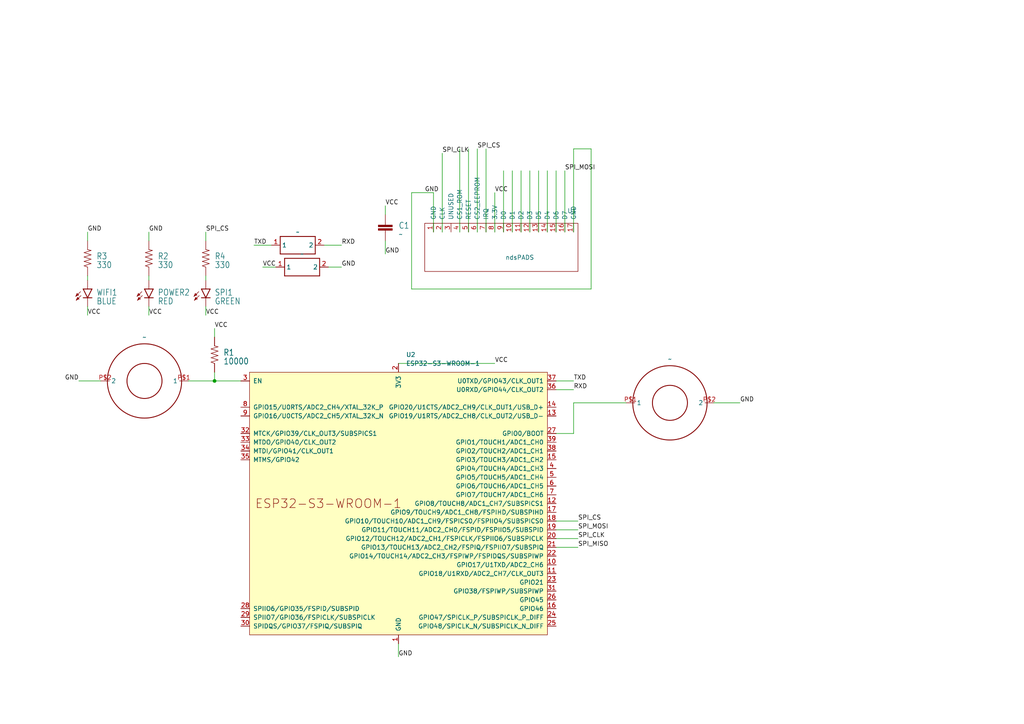
<source format=kicad_sch>
(kicad_sch (version 20231120) (generator "eeschema") (generator_version "8.0")
  (paper "A4")
  (title_block (title "DSi ESP32S3") (date "2024-05-20") (rev "1.0"))
  (lib_symbols
    (symbol "Ilya_Teach:CAP"
      (property "Reference" "C" (at 1.524 2.921 0))
      (symbol "CAP_1_0"
        (rectangle (start -2.032 0.508) (end 2.032 1.016) (fill (type outline)))
        (rectangle (start -2.032 1.524) (end 2.032 2.032) (fill (type outline)))
        (polyline (pts (xy 0 0) (xy 0 0.508)) (stroke (width 0.1524)))
        (polyline (pts (xy 0 2.54) (xy 0 2.032)) (stroke (width 0.1524)))
        (pin passive line (at 0 5.08 270) (length 2.54) (name "1") (number "1"))
        (pin passive line (at 0 -2.54 90) (length 2.54) (name "2") (number "2"))
      )
    )
    (symbol "Ilya_Teach:CONN_DEBUGA"
      (symbol "CONN_DEBUGA_1_0"
        (polyline (pts (xy -5.08 -2.54) (xy -5.08 2.54)) (stroke (width 0.254)))
        (polyline (pts (xy -5.08 2.54) (xy 5.08 2.54)) (stroke (width 0.254)))
        (polyline (pts (xy 5.08 -2.54) (xy -5.08 -2.54)) (stroke (width 0.254)))
        (polyline (pts (xy 5.08 2.54) (xy 5.08 -2.54)) (stroke (width 0.254)))
        (pin bidirectional line (at -7.62 0 0) (length 2.54) (name "1") (number "1"))
        (pin bidirectional line (at 7.62 0 180) (length 2.54) (name "2") (number "2"))
      )
    )
    (symbol "Ilya_Teach:LED0603"
      (property "Reference" "LED" (at 3.556 -4.572 90))
      (symbol "LED0603_1_0"
        (polyline (pts (xy -2.032 -0.762) (xy -3.429 -2.159)) (stroke (width 0.1524)))
        (polyline (pts (xy -1.905 -1.905) (xy -3.302 -3.302)) (stroke (width 0.1524)))
        (polyline (pts (xy 0 -2.54) (xy -1.27 -2.54)) (stroke (width 0.254)))
        (polyline (pts (xy 0 -2.54) (xy -1.27 0)) (stroke (width 0.254)))
        (polyline (pts (xy 0 0) (xy -1.27 0)) (stroke (width 0.254)))
        (polyline (pts (xy 1.27 -2.54) (xy 0 -2.54)) (stroke (width 0.254)))
        (polyline (pts (xy 1.27 0) (xy 0 -2.54)) (stroke (width 0.254)))
        (polyline (pts (xy 1.27 0) (xy 0 0)) (stroke (width 0.254)))
        (polyline (pts (xy -3.429 -2.159) (xy -3.048 -1.27) (xy -2.54 -1.778)) (stroke (width 0.1524)) (fill (type outline)))
        (polyline (pts (xy -3.302 -3.302) (xy -2.921 -2.413) (xy -2.413 -2.921)) (stroke (width 0.1524)) (fill (type outline)))
        (pin passive line (at 0 2.54 270) (length 2.54) (name "A") (number "A"))
        (pin passive line (at 0 -5.08 90) (length 2.54) (name "C") (number "C"))
      )
    )
    (symbol "Ilya_Teach:RES"
      (property "Reference" "R" (at -3.81 1.4986 0))
      (symbol "RES_1_0"
        (polyline (pts (xy -2.54 0) (xy -2.159 1.016)) (stroke (width 0.1524)))
        (polyline (pts (xy -2.159 1.016) (xy -1.524 -1.016)) (stroke (width 0.1524)))
        (polyline (pts (xy -1.524 -1.016) (xy -0.889 1.016)) (stroke (width 0.1524)))
        (polyline (pts (xy -0.889 1.016) (xy -0.254 -1.016)) (stroke (width 0.1524)))
        (polyline (pts (xy -0.254 -1.016) (xy 0.381 1.016)) (stroke (width 0.1524)))
        (polyline (pts (xy 0.381 1.016) (xy 1.016 -1.016)) (stroke (width 0.1524)))
        (polyline (pts (xy 1.016 -1.016) (xy 1.651 1.016)) (stroke (width 0.1524)))
        (polyline (pts (xy 1.651 1.016) (xy 2.286 -1.016)) (stroke (width 0.1524)))
        (polyline (pts (xy 2.286 -1.016) (xy 2.54 0)) (stroke (width 0.1524)))
        (pin passive line (at -5.08 0 0) (length 2.54) (name "1") (number "1"))
        (pin passive line (at 5.08 0 180) (length 2.54) (name "2") (number "2"))
      )
    )
    (symbol "Ilya_Teach:SWITCH_BTN_NO"
      (symbol "SWITCH_BTN_NO_1_0"
        (circle (center 0 0) (radius 5.08) (stroke (width 0.254)))
        (circle (center 0 0) (radius 10.7763) (stroke (width 0.254)))
        (pin bidirectional line (at -12.7 0 0) (length 2.54) (name "1") (number "P$1"))
        (pin bidirectional line (at 12.7 0 180) (length 2.54) (name "2") (number "P$2"))
      )
    )
    (symbol "PCM_Espressif:ESP32-S3-WROOM-1" (pin_names (offset 1.016))
      (property "Reference" "U" (at -43.18 43.18 0))
      (property "Value" "ESP32-S3-WROOM-1" (at -43.18 40.64 0))
      (symbol "ESP32-S3-WROOM-1_0_0"
        (text "ESP32-S3-WROOM-1" (at -20.32 0 0) (effects (font (size 2.54 2.54))))
        (pin power_in line (at 0 -40.64 90) (length 2.54) (name "GND") (number "1"))
        (pin bidirectional line (at 45.72 -17.78 180) (length 2.54) (name "GPIO17/U1TXD/ADC2_CH6") (number "10"))
        (pin bidirectional line (at 45.72 -20.32 180) (length 2.54) (name "GPIO18/U1RXD/ADC2_CH7/CLK_OUT3") (number "11"))
        (pin bidirectional line (at 45.72 0 180) (length 2.54) (name "GPIO8/TOUCH8/ADC1_CH7/SUBSPICS1") (number "12"))
        (pin bidirectional line (at 45.72 25.4 180) (length 2.54) (name "GPIO19/U1RTS/ADC2_CH8/CLK_OUT2/USB_D-") (number "13"))
        (pin bidirectional line (at 45.72 27.94 180) (length 2.54) (name "GPIO20/U1CTS/ADC2_CH9/CLK_OUT1/USB_D+") (number "14"))
        (pin bidirectional line (at 45.72 12.7 180) (length 2.54) (name "GPIO3/TOUCH3/ADC1_CH2") (number "15"))
        (pin bidirectional line (at 45.72 -30.48 180) (length 2.54) (name "GPIO46") (number "16"))
        (pin bidirectional line (at 45.72 -2.54 180) (length 2.54) (name "GPIO9/TOUCH9/ADC1_CH8/FSPIHD/SUBSPIHD") (number "17"))
        (pin bidirectional line (at 45.72 -5.08 180) (length 2.54) (name "GPIO10/TOUCH10/ADC1_CH9/FSPICS0/FSPIIO4/SUBSPICS0") (number "18"))
        (pin bidirectional line (at 45.72 -7.62 180) (length 2.54) (name "GPIO11/TOUCH11/ADC2_CH0/FSPID/FSPIIO5/SUBSPID") (number "19"))
        (pin power_in line (at 0 40.64 270) (length 2.54) (name "3V3") (number "2"))
        (pin bidirectional line (at 45.72 -10.16 180) (length 2.54) (name "GPIO12/TOUCH12/ADC2_CH1/FSPICLK/FSPIIO6/SUBSPICLK") (number "20"))
        (pin bidirectional line (at 45.72 -12.7 180) (length 2.54) (name "GPIO13/TOUCH13/ADC2_CH2/FSPIQ/FSPIIO7/SUBSPIQ") (number "21"))
        (pin bidirectional line (at 45.72 -15.24 180) (length 2.54) (name "GPIO14/TOUCH14/ADC2_CH3/FSPIWP/FSPIDQS/SUBSPIWP") (number "22"))
        (pin bidirectional line (at 45.72 -22.86 180) (length 2.54) (name "GPIO21") (number "23"))
        (pin bidirectional line (at 45.72 -33.02 180) (length 2.54) (name "GPIO47/SPICLK_P/SUBSPICLK_P_DIFF") (number "24"))
        (pin bidirectional line (at 45.72 -35.56 180) (length 2.54) (name "GPIO48/SPICLK_N/SUBSPICLK_N_DIFF") (number "25"))
        (pin bidirectional line (at 45.72 -27.94 180) (length 2.54) (name "GPIO45") (number "26"))
        (pin bidirectional line (at 45.72 20.32 180) (length 2.54) (name "GPIO0/BOOT") (number "27"))
        (pin bidirectional line (at -45.72 -30.48 0) (length 2.54) (name "SPIIO6/GPIO35/FSPID/SUBSPID") (number "28"))
        (pin bidirectional line (at -45.72 -33.02 0) (length 2.54) (name "SPIIO7/GPIO36/FSPICLK/SUBSPICLK") (number "29"))
        (pin input line (at -45.72 35.56 0) (length 2.54) (name "EN") (number "3"))
        (pin bidirectional line (at -45.72 -35.56 0) (length 2.54) (name "SPIDQS/GPIO37/FSPIQ/SUBSPIQ") (number "30"))
        (pin bidirectional line (at 45.72 -25.4 180) (length 2.54) (name "GPIO38/FSPIWP/SUBSPIWP") (number "31"))
        (pin bidirectional line (at -45.72 20.32 0) (length 2.54) (name "MTCK/GPIO39/CLK_OUT3/SUBSPICS1") (number "32"))
        (pin bidirectional line (at -45.72 17.78 0) (length 2.54) (name "MTDO/GPIO40/CLK_OUT2") (number "33"))
        (pin bidirectional line (at -45.72 15.24 0) (length 2.54) (name "MTDI/GPIO41/CLK_OUT1") (number "34"))
        (pin bidirectional line (at -45.72 12.7 0) (length 2.54) (name "MTMS/GPIO42") (number "35"))
        (pin bidirectional line (at 45.72 33.02 180) (length 2.54) (name "U0RXD/GPIO44/CLK_OUT2") (number "36"))
        (pin bidirectional line (at 45.72 35.56 180) (length 2.54) (name "U0TXD/GPIO43/CLK_OUT1") (number "37"))
        (pin bidirectional line (at 45.72 15.24 180) (length 2.54) (name "GPIO2/TOUCH2/ADC1_CH1") (number "38"))
        (pin bidirectional line (at 45.72 17.78 180) (length 2.54) (name "GPIO1/TOUCH1/ADC1_CH0") (number "39"))
        (pin bidirectional line (at 45.72 10.16 180) (length 2.54) (name "GPIO4/TOUCH4/ADC1_CH3") (number "4"))
        (pin passive line (at 0 -40.64 90) (length 2.54) hide (name "GND") (number "40"))
        (pin passive line (at 0 -40.64 90) (length 2.54) hide (name "GND") (number "41"))
        (pin bidirectional line (at 45.72 7.62 180) (length 2.54) (name "GPIO5/TOUCH5/ADC1_CH4") (number "5"))
        (pin bidirectional line (at 45.72 5.08 180) (length 2.54) (name "GPIO6/TOUCH6/ADC1_CH5") (number "6"))
        (pin bidirectional line (at 45.72 2.54 180) (length 2.54) (name "GPIO7/TOUCH7/ADC1_CH6") (number "7"))
        (pin bidirectional line (at -45.72 27.94 0) (length 2.54) (name "GPIO15/U0RTS/ADC2_CH4/XTAL_32K_P") (number "8"))
        (pin bidirectional line (at -45.72 25.4 0) (length 2.54) (name "GPIO16/U0CTS/ADC2_CH5/XTAL_32K_N") (number "9"))
      )
      (symbol "ESP32-S3-WROOM-1_0_1"
        (rectangle (start -43.18 38.1) (end 43.18 -38.1) (fill (type background)))
      )
    )
    (symbol "ndsbreakoutboard-rescue:ndsPADS-Connector" (pin_names (offset 1.016))
      (property "Reference" "U" (at 0 0 0))
      (property "Value" "Connector_ndsPADS" (at 12.7 -2.54 0))
      (symbol "ndsPADS-Connector_0_1"
        (rectangle (start -27.94 -3.81) (end 16.51 10.16))
      )
      (symbol "ndsPADS-Connector_1_1"
        (pin input line (at -25.4 7.62 90) (length 2.54) (name "GND") (number "1"))
        (pin input line (at -2.54 7.62 90) (length 2.54) (name "D1") (number "10"))
        (pin input line (at 0 7.62 90) (length 2.54) (name "D2") (number "11"))
        (pin input line (at 2.54 7.62 90) (length 2.54) (name "D3") (number "12"))
        (pin input line (at 5.08 7.62 90) (length 2.54) (name "D5") (number "13"))
        (pin input line (at 7.62 7.62 90) (length 2.54) (name "D4") (number "14"))
        (pin input line (at 10.16 7.62 90) (length 2.54) (name "D6") (number "15"))
        (pin input line (at 12.7 7.62 90) (length 2.54) (name "D7") (number "16"))
        (pin passive line (at 15.24 7.62 90) (length 2.54) (name "GND") (number "17"))
        (pin input line (at -22.86 7.62 90) (length 2.54) (name "CLK") (number "2"))
        (pin bidirectional line (at -20.32 7.62 90) (length 2.54) (name "UNUSED") (number "3"))
        (pin input line (at -17.78 7.62 90) (length 2.54) (name "CS1_ROM") (number "4"))
        (pin input line (at -15.24 7.62 90) (length 2.54) (name "RESET") (number "5"))
        (pin input line (at -12.7 7.62 90) (length 2.54) (name "CS2_EEPROM") (number "6"))
        (pin output line (at -10.16 7.62 90) (length 2.54) (name "IRQ") (number "7"))
        (pin output line (at -7.62 7.62 90) (length 2.54) (name "3.3V") (number "8"))
        (pin input line (at -5.08 7.62 90) (length 2.54) (name "D0") (number "9"))
      )
    )
  )
  (junction (at 62.23 110.49))
  (wire (pts (xy 166.37 43.18) (xy 166.37 67.31)))
  (wire (pts (xy 151.13 49.53) (xy 151.13 67.31)))
  (wire (pts (xy 54.61 110.49) (xy 62.23 110.49)))
  (wire (pts (xy 76.2 77.47) (xy 80.01 77.47)))
  (wire (pts (xy 171.45 43.18) (xy 171.45 83.82)))
  (wire (pts (xy 143.51 55.88) (xy 143.51 67.31)))
  (wire (pts (xy 111.76 59.69) (xy 111.76 62.23)))
  (wire (pts (xy 135.89 43.18) (xy 135.89 67.31)))
  (wire (pts (xy 161.29 125.73) (xy 166.37 125.73)))
  (wire (pts (xy 161.29 153.67) (xy 167.64 153.67)))
  (wire (pts (xy 93.98 71.12) (xy 99.06 71.12)))
  (wire (pts (xy 181.61 116.84) (xy 166.37 116.84)))
  (wire (pts (xy 161.29 49.53) (xy 161.29 67.31)))
  (wire (pts (xy 148.59 49.53) (xy 148.59 67.31)))
  (wire (pts (xy 146.05 49.53) (xy 146.05 67.31)))
  (wire (pts (xy 115.57 105.41) (xy 143.51 105.41)))
  (wire (pts (xy 207.01 116.84) (xy 214.63 116.84)))
  (wire (pts (xy 125.73 55.88) (xy 125.73 67.31)))
  (wire (pts (xy 95.25 77.47) (xy 99.06 77.47)))
  (wire (pts (xy 119.38 55.88) (xy 125.73 55.88)))
  (wire (pts (xy 161.29 158.75) (xy 167.64 158.75)))
  (wire (pts (xy 171.45 83.82) (xy 119.38 83.82)))
  (wire (pts (xy 161.29 151.13) (xy 167.64 151.13)))
  (wire (pts (xy 43.18 80.01) (xy 43.18 81.28)))
  (wire (pts (xy 43.18 67.31) (xy 43.18 69.85)))
  (wire (pts (xy 115.57 186.69) (xy 115.57 190.5)))
  (wire (pts (xy 25.4 88.9) (xy 25.4 91.44)))
  (wire (pts (xy 73.66 71.12) (xy 78.74 71.12)))
  (wire (pts (xy 163.83 49.53) (xy 163.83 67.31)))
  (wire (pts (xy 25.4 67.31) (xy 25.4 69.85)))
  (wire (pts (xy 166.37 116.84) (xy 166.37 125.73)))
  (wire (pts (xy 43.18 88.9) (xy 43.18 91.44)))
  (wire (pts (xy 158.75 49.53) (xy 158.75 67.31)))
  (wire (pts (xy 156.21 49.53) (xy 156.21 67.31)))
  (wire (pts (xy 161.29 110.49) (xy 166.37 110.49)))
  (wire (pts (xy 128.27 44.45) (xy 128.27 67.31)))
  (wire (pts (xy 59.69 88.9) (xy 59.69 91.44)))
  (wire (pts (xy 25.4 80.01) (xy 25.4 81.28)))
  (wire (pts (xy 59.69 67.31) (xy 59.69 69.85)))
  (wire (pts (xy 111.76 69.85) (xy 111.76 73.66)))
  (wire (pts (xy 59.69 80.01) (xy 59.69 81.28)))
  (wire (pts (xy 138.43 43.18) (xy 138.43 67.31)))
  (wire (pts (xy 29.21 110.49) (xy 22.86 110.49)))
  (wire (pts (xy 161.29 156.21) (xy 167.64 156.21)))
  (wire (pts (xy 161.29 113.03) (xy 166.37 113.03)))
  (wire (pts (xy 133.35 43.18) (xy 133.35 67.31)))
  (wire (pts (xy 62.23 95.25) (xy 62.23 97.79)))
  (wire (pts (xy 140.97 43.18) (xy 140.97 67.31)))
  (wire (pts (xy 119.38 83.82) (xy 119.38 55.88)))
  (wire (pts (xy 166.37 43.18) (xy 171.45 43.18)))
  (wire (pts (xy 62.23 110.49) (xy 69.85 110.49)))
  (wire (pts (xy 62.23 107.95) (xy 62.23 110.49)))
  (wire (pts (xy 153.67 49.53) (xy 153.67 67.31)))
  (label "SPI_MISO" (at 167.64 158.75 0))
  (label "TXD" (at 73.66 71.12 0))
  (label "VCC" (at 111.76 59.69 0))
  (label "SPI_CLK" (at 167.64 156.21 0))
  (label "GND" (at 43.18 67.31 0))
  (label "RXD" (at 99.06 71.12 0))
  (label "SPI_MOSI" (at 167.64 153.67 0))
  (label "GND" (at 214.63 116.84 0))
  (label "VCC" (at 143.51 105.41 0))
  (label "VCC" (at 143.51 55.88 0))
  (label "GND" (at 115.57 190.5 0))
  (label "VCC" (at 59.69 91.44 0))
  (label "SPI_MOSI" (at 163.83 49.53 0))
  (label "VCC" (at 76.2 77.47 0))
  (label "GND" (at 123.19 55.88 0))
  (label "SPI_CS" (at 167.64 151.13 0))
  (label "RXD" (at 166.37 113.03 0))
  (label "GND" (at 25.4 67.31 0))
  (label "TXD" (at 166.37 110.49 0))
  (label "SPI_CS" (at 138.43 43.18 0))
  (label "GND" (at 22.86 110.49 180))
  (label "GND" (at 111.76 73.66 0))
  (label "SPI_CLK" (at 128.27 44.45 0))
  (label "VCC" (at 25.4 91.44 0))
  (label "GND" (at 99.06 77.47 0))
  (label "SPI_CS" (at 59.69 67.31 0))
  (label "VCC" (at 62.23 95.25 0))
  (label "VCC" (at 43.18 91.44 0))
  (symbol (lib_id "ndsbreakoutboard-rescue:ndsPADS-Connector") (at 151.13 74.93 0) (unit 1)
    (property "Reference" "U1" (at 164.5412 61.1632 0) (effects (justify left)))
    (property "Value" "ndsPADS" (at 146.558 74.676 0) (effects (justify left)))
    (property "Footprint" "Connector:nds_contact_pads" (effects (hide yes)))
  )
  (symbol (lib_id "Ilya_Teach:CAP") (at 111.76 67.31 0) (unit 1)
    (property "Reference" "C1" (at 115.57 65.405 0) (effects (font (size 1.778 1.5113)) (justify left)))
    (property "Value" "~" (at 115.57 67.945 0) (effects (font (size 1.778 1.5113)) (justify left)))
    (property "Footprint" "Ilya_Teach:0805" (effects (hide yes)))
  )
  (symbol (lib_id "Ilya_Teach:SWITCH_BTN_NO") (at 41.91 110.49 0) (mirror y) (unit 1)
    (property "Reference" "RESET1" (effects (hide yes)))
    (property "Value" "~" (at 41.91 97.79 0) (effects (font (size 1.778 1.5113))))
    (property "Footprint" "Ilya_Teach:BTN_2" (effects (hide yes)))
  )
  (symbol (lib_id "Ilya_Teach:CONN_DEBUGA") (at 87.63 77.47 0) (unit 1)
    (property "Reference" "POWER1" (effects (hide yes)))
    (property "Value" "~" (at 87.63 73.66 0))
    (property "Footprint" "Ilya_Teach:1X2_SMALL_TH" (effects (hide yes)))
  )
  (symbol (lib_id "Ilya_Teach:RES") (at 43.18 74.93 90) (unit 1)
    (property "Reference" "R2" (at 45.72 74.295 90) (effects (font (size 1.778 1.5113)) (justify right)))
    (property "Value" "330" (at 45.72 76.835 90) (effects (font (size 1.778 1.5113)) (justify right)))
    (property "Footprint" "Ilya_Teach:0805" (effects (hide yes)))
  )
  (symbol (lib_id "PCM_Espressif:ESP32-S3-WROOM-1") (at 115.57 146.05 0) (unit 1)
    (property "Reference" "U2" (at 117.7641 102.87 0) (effects (justify left)))
    (property "Value" "ESP32-S3-WROOM-1" (at 117.7641 105.41 0) (effects (justify left)))
    (property "Footprint" "PCM_Espressif:ESP32-S3-WROOM-1" (effects (hide yes)))
    (property "Datasheet" "https://www.espressif.com/sites/default/files/documentation/esp32-s3-wroom-1_wroom-1u_datasheet_en.pdf" (effects (hide yes)))
    (property "Description" "2.4 GHz WiFi (802.11 b/g/n) and Bluetooth ® 5 (LE) module Built around ESP32S3 series of SoCs, Xtensa ® dualcore 32bit LX7 microprocessor Flash up to 16 MB, PSRAM up to 8 MB 36 GPIOs, rich set of peripherals Onboard PCB antenna" (effects (hide yes)))
  )
  (symbol (lib_id "Ilya_Teach:CONN_DEBUGA") (at 86.36 71.12 0) (unit 1)
    (property "Reference" "PROGRAM1" (effects (hide yes)))
    (property "Value" "~" (at 86.36 67.31 0))
    (property "Footprint" "Ilya_Teach:1X2_SMALL_TH" (effects (hide yes)))
  )
  (symbol (lib_id "Ilya_Teach:RES") (at 59.69 74.93 90) (unit 1)
    (property "Reference" "R4" (at 62.23 74.295 90) (effects (font (size 1.778 1.5113)) (justify right)))
    (property "Value" "330" (at 62.23 76.835 90) (effects (font (size 1.778 1.5113)) (justify right)))
    (property "Footprint" "Ilya_Teach:0805" (effects (hide yes)))
  )
  (symbol (lib_id "Ilya_Teach:LED0603") (at 59.69 83.82 0) (unit 1)
    (property "Reference" "SPI1" (at 62.23 84.8106 0) (effects (font (size 1.778 1.5113)) (justify left)))
    (property "Value" "GREEN" (at 62.23 87.3506 0) (effects (font (size 1.778 1.5113)) (justify left)))
    (property "Footprint" "Ilya_Teach:LED-0603" (effects (hide yes)))
    (property "Description" "LEDs Standard schematic elements and footprints for 5mm, 3mm, 1206, and 0603 sized LEDs. 5mm - Spark Fun Electronics SKU : COM-00529 (and others)" (effects (hide yes)))
  )
  (symbol (lib_id "Ilya_Teach:RES") (at 62.23 102.87 90) (unit 1)
    (property "Reference" "R1" (at 64.77 102.235 90) (effects (font (size 1.778 1.5113)) (justify right)))
    (property "Value" "10000" (at 64.77 104.775 90) (effects (font (size 1.778 1.5113)) (justify right)))
    (property "Footprint" "Ilya_Teach:0805" (effects (hide yes)))
  )
  (symbol (lib_id "Ilya_Teach:SWITCH_BTN_NO") (at 194.31 116.84 0) (unit 1)
    (property "Reference" "BOOT1" (effects (hide yes)))
    (property "Value" "~" (at 194.31 104.14 0) (effects (font (size 1.778 1.5113))))
    (property "Footprint" "Ilya_Teach:BTN_2" (effects (hide yes)))
  )
  (symbol (lib_id "Ilya_Teach:LED0603") (at 43.18 83.82 0) (unit 1)
    (property "Reference" "POWER2" (at 45.72 84.8106 0) (effects (font (size 1.778 1.5113)) (justify left)))
    (property "Value" "RED" (at 45.72 87.3506 0) (effects (font (size 1.778 1.5113)) (justify left)))
    (property "Footprint" "Ilya_Teach:LED-0603" (effects (hide yes)))
    (property "Description" "LEDs Standard schematic elements and footprints for 5mm, 3mm, 1206, and 0603 sized LEDs. 5mm - Spark Fun Electronics SKU : COM-00529 (and others)" (effects (hide yes)))
  )
  (symbol (lib_id "Ilya_Teach:LED0603") (at 25.4 83.82 0) (unit 1)
    (property "Reference" "WIFI1" (at 27.94 84.8106 0) (effects (font (size 1.778 1.5113)) (justify left)))
    (property "Value" "BLUE" (at 27.94 87.3506 0) (effects (font (size 1.778 1.5113)) (justify left)))
    (property "Footprint" "Ilya_Teach:LED-0603" (effects (hide yes)))
    (property "Description" "LEDs Standard schematic elements and footprints for 5mm, 3mm, 1206, and 0603 sized LEDs. 5mm - Spark Fun Electronics SKU : COM-00529 (and others)" (effects (hide yes)))
  )
  (symbol (lib_id "Ilya_Teach:RES") (at 25.4 74.93 90) (unit 1)
    (property "Reference" "R3" (at 27.94 74.295 90) (effects (font (size 1.778 1.5113)) (justify right)))
    (property "Value" "330" (at 27.94 76.835 90) (effects (font (size 1.778 1.5113)) (justify right)))
    (property "Footprint" "Ilya_Teach:0805" (effects (hide yes)))
  )
)
</source>
